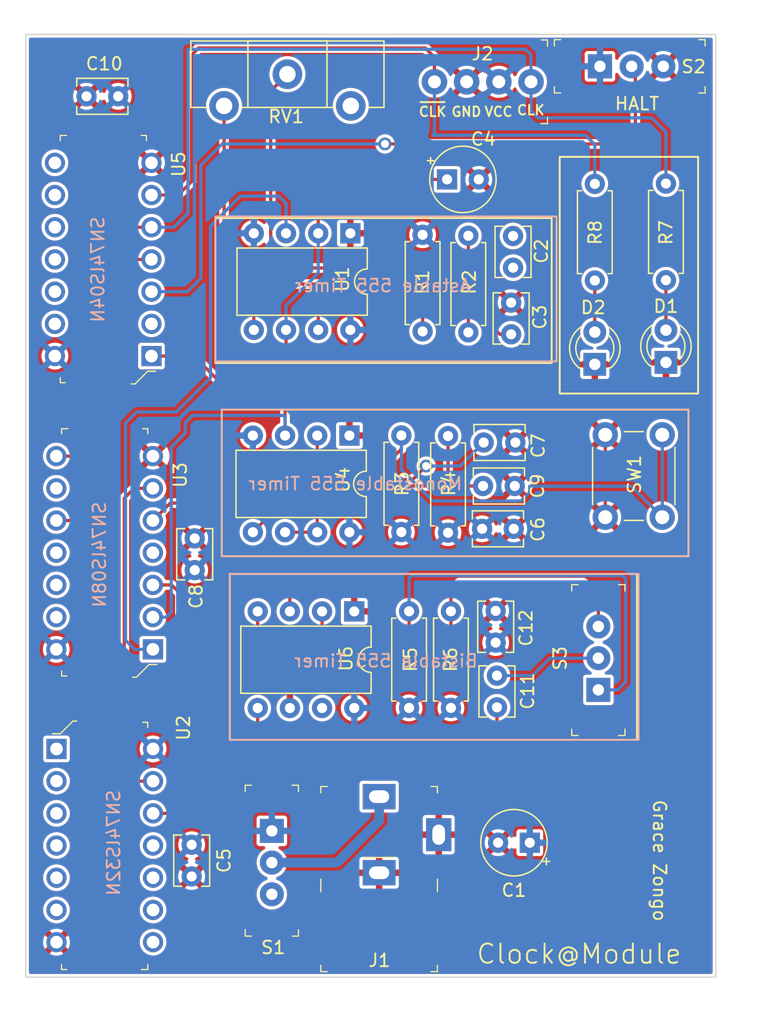
<source format=kicad_pcb>
(kicad_pcb (version 20211014) (generator pcbnew)
  (layers (0 "F.Cu" signal) (31 "B.Cu" signal) (34 "B.Paste" user) (35 "F.Paste" user) (36 "B.SilkS" user "B.Silkscreen") (37 "F.SilkS" user "F.Silkscreen") (38 "B.Mask" user) (39 "F.Mask" user) (44 "Edge.Cuts" user))
  (net 0 "")
  (net 1 "GND")
  (net 3 "Net-(D1-Pad2)")
  (net 4 "Net-(D2-Pad2)")
  (net 5 "Net-(J1-Pad1)")
  (net 6 "VCC")
  (net 7 "Net-(R1-Pad2)")
  (net 8 "Net-(R2-Pad2)")
  (net 9 "Net-(R3-Pad2)")
  (net 10 "Net-(R6-Pad2)")
  (net 12 "Net-(S2-Pad2)")
  (net 13 "Net-(U1-Pad3)")
  (net 24 "Net-(U2-Pad12)")
  (net 25 "Net-(U2-Pad13)")
  (net 26 "Net-(U3-Pad2)")
  (net 28 "Net-(U3-Pad5)")
  (net 30 "Net-(U3-Pad10)")
  (net 43 "Net-(C3-Pad1)")
  (net 44 "Net-(C9-Pad1)")
  (net 45 "Net-(C11-Pad1)")
  (net 46 "Net-(C11-Pad2)")
  (net 47 "Net-(J2-Pad1)")
  (net 48 "Net-(J2-Pad4)")
  (net 49 "Net-(R5-Pad2)")
  (net 51 "Net-(C4-Pad1)")
  (net 52 "Net-(C7-Pad1)")
  (footprint "digikey-footprints:Switch_Slide_11.6x4mm_EG1218" (layer "F.Cu") (at 143.397087 128.977487 -90)
    (fp_text reference "S1" (at 9.198513 -0.112913 180) (layer "F.SilkS"))
    (fp_text value "EG1218")
    (pad "1" thru_hole rect locked (at 0 0 270) (size 1.9 1.9) (drill 0.9) (layers *.Cu *.Mask) (net 6 "VCC"))
    (pad "2" thru_hole circle locked (at 2.5 0 270) (size 1.9 1.9) (drill 0.9) (layers *.Cu *.Mask) (net 5 "Net-(J1-Pad1)"))
    (pad "3" thru_hole circle locked (at 5 0 270) (size 1.9 1.9) (drill 0.9) (layers *.Cu *.Mask))
  )
  (footprint "digikey-footprints:DIP-14_W3mm" (layer "F.Cu") (at 126.404487 122.513687)
    (fp_text reference "U2" (at 10.018913 -1.660487 90) (layer "F.SilkS"))
    (fp_text value "SN74LS32N")
    (pad "1" thru_hole rect locked (at 0 0) (size 1.6 1.6) (drill 1) (layers *.Cu *.Mask))
    (pad "2" thru_hole circle locked (at 0 2.54) (size 1.6 1.6) (drill 1) (layers *.Cu *.Mask))
    (pad "3" thru_hole circle locked (at 0 5.08) (size 1.6 1.6) (drill 1) (layers *.Cu *.Mask))
    (pad "4" thru_hole circle locked (at 0 7.62) (size 1.6 1.6) (drill 1) (layers *.Cu *.Mask))
    (pad "5" thru_hole circle locked (at 0 10.16) (size 1.6 1.6) (drill 1) (layers *.Cu *.Mask))
    (pad "6" thru_hole circle locked (at 0 12.7) (size 1.6 1.6) (drill 1) (layers *.Cu *.Mask))
    (pad "7" thru_hole circle locked (at 0 15.24) (size 1.6 1.6) (drill 1) (layers *.Cu *.Mask) (net 1 "GND"))
    (pad "8" thru_hole circle locked (at 7.62 15.24) (size 1.6 1.6) (drill 1) (layers *.Cu *.Mask))
    (pad "9" thru_hole circle locked (at 7.62 12.7) (size 1.6 1.6) (drill 1) (layers *.Cu *.Mask))
    (pad "10" thru_hole circle locked (at 7.62 10.16) (size 1.6 1.6) (drill 1) (layers *.Cu *.Mask))
    (pad "11" thru_hole circle locked (at 7.62 7.62) (size 1.6 1.6) (drill 1) (layers *.Cu *.Mask))
    (pad "12" thru_hole circle locked (at 7.62 5.08) (size 1.6 1.6) (drill 1) (layers *.Cu *.Mask) (net 24 "Net-(U2-Pad12)"))
    (pad "13" thru_hole circle locked (at 7.62 2.54) (size 1.6 1.6) (drill 1) (layers *.Cu *.Mask) (net 25 "Net-(U2-Pad13)"))
    (pad "14" thru_hole circle locked (at 7.62 0) (size 1.6 1.6) (drill 1) (layers *.Cu *.Mask) (net 6 "VCC"))
  )
  (footprint "Resistor_THT:R_Axial_DIN0207_L6.3mm_D2.5mm_P7.62mm_Horizontal" (layer "F.Cu") (at 155.2956 81.9658 -90)
    (fp_text reference "R1" (at 3.7338 0 90) (layer "F.SilkS"))
    (fp_text value "1K")
    (pad "1" thru_hole circle (at 0 0 270) (size 1.6 1.6) (drill 0.8) (layers *.Cu *.Mask) (net 6 "VCC"))
    (pad "2" thru_hole oval (at 7.62 0 270) (size 1.6 1.6) (drill 0.8) (layers *.Cu *.Mask) (net 7 "Net-(R1-Pad2)"))
  )
  (footprint "Potentiometer_THT:Potentiometer_Piher_PT-15-H01_Horizontal" (layer "F.Cu") (at 139.6276 71.8008 90)
    (fp_text reference "RV1" (at -0.8432 4.8984 180) (layer "F.SilkS"))
    (fp_text value "1M")
    (pad "1" thru_hole circle (at 0 0 90) (size 2.34 2.34) (drill 1.3) (layers *.Cu *.Mask) (net 51 "Net-(C4-Pad1)"))
    (pad "2" thru_hole circle (at 2.5 5 90) (size 2.34 2.34) (drill 1.3) (layers *.Cu *.Mask) (net 8 "Net-(R2-Pad2)"))
    (pad "3" thru_hole circle (at 0 10 90) (size 2.34 2.34) (drill 1.3) (layers *.Cu *.Mask))
  )
  (footprint "Button_Switch_THT:SW_PUSH_6mm_H5mm" (layer "F.Cu") (at 169.708 104.2404 90)
    (fp_text reference "SW1" (at 3.377 2.3008 90) (layer "F.SilkS"))
    (fp_text value "SW_Push")
    (pad "1" thru_hole circle (at 6.5 0 180) (size 2 2) (drill 1.1) (layers *.Cu *.Mask) (net 1 "GND"))
    (pad "1" thru_hole circle (at 0 0 180) (size 2 2) (drill 1.1) (layers *.Cu *.Mask) (net 1 "GND"))
    (pad "2" thru_hole circle (at 6.5 4.5 180) (size 2 2) (drill 1.1) (layers *.Cu *.Mask) (net 9 "Net-(R3-Pad2)"))
    (pad "2" thru_hole circle (at 0 4.5 180) (size 2 2) (drill 1.1) (layers *.Cu *.Mask) (net 9 "Net-(R3-Pad2)"))
  )
  (footprint "Resistor_THT:R_Axial_DIN0207_L6.3mm_D2.5mm_P7.62mm_Horizontal" (layer "F.Cu") (at 154.2288 119.2784 90)
    (fp_text reference "R5" (at 3.81 0.1016 90) (layer "F.SilkS"))
    (fp_text value "1K")
    (pad "1" thru_hole circle (at 0 0 90) (size 1.6 1.6) (drill 0.8) (layers *.Cu *.Mask) (net 6 "VCC"))
    (pad "2" thru_hole oval (at 7.62 0 90) (size 1.6 1.6) (drill 0.8) (layers *.Cu *.Mask) (net 49 "Net-(R5-Pad2)"))
  )
  (footprint "Capacitor_THT:CP_Radial_Tantal_D5.0mm_P2.50mm" (layer "F.Cu") (at 157.226 77.597)
    (fp_text reference "C4" (at 2.856112 -3.175) (layer "F.SilkS"))
    (fp_text value "1uF")
    (pad "1" thru_hole rect (at 0 0) (size 1.6 1.6) (drill 0.8) (layers *.Cu *.Mask) (net 51 "Net-(C4-Pad1)"))
    (pad "2" thru_hole circle (at 2.5 0) (size 1.6 1.6) (drill 0.8) (layers *.Cu *.Mask) (net 1 "GND"))
  )
  (footprint "LED_THT:LED_D3.0mm" (layer "F.Cu") (at 174.498 92.0292 90)
    (fp_text reference "D1" (at 4.4246 0 180) (layer "F.SilkS"))
    (fp_text value "RED")
    (pad "1" thru_hole rect (at 0 0 90) (size 1.8 1.8) (drill 0.9) (layers *.Cu *.Mask) (net 1 "GND"))
    (pad "2" thru_hole circle (at 2.54 0 90) (size 1.8 1.8) (drill 0.9) (layers *.Cu *.Mask) (net 3 "Net-(D1-Pad2)"))
  )
  (footprint "Resistor_THT:R_Axial_DIN0207_L6.3mm_D2.5mm_P7.62mm_Horizontal" (layer "F.Cu") (at 158.9024 89.662 90)
    (fp_text reference "R2" (at 3.9624 0.0762 90) (layer "F.SilkS"))
    (fp_text value "1K")
    (pad "1" thru_hole circle (at 0 0 90) (size 1.6 1.6) (drill 0.8) (layers *.Cu *.Mask) (net 7 "Net-(R1-Pad2)"))
    (pad "2" thru_hole oval (at 7.62 0 90) (size 1.6 1.6) (drill 0.8) (layers *.Cu *.Mask) (net 8 "Net-(R2-Pad2)"))
  )
  (footprint "Capacitor_THT:C_Disc_D3.8mm_W2.6mm_P2.50mm" (layer "F.Cu") (at 160.1162 98.3488)
    (fp_text reference "C7" (at 4.298 0.254 90) (layer "F.SilkS"))
    (fp_text value "0.01uF")
    (pad "1" thru_hole circle (at 0 0) (size 1.6 1.6) (drill 0.8) (layers *.Cu *.Mask) (net 52 "Net-(C7-Pad1)"))
    (pad "2" thru_hole circle (at 2.5 0) (size 1.6 1.6) (drill 0.8) (layers *.Cu *.Mask) (net 1 "GND"))
  )
  (footprint "Capacitor_THT:C_Disc_D3.8mm_W2.6mm_P2.50mm" (layer "F.Cu") (at 161.0614 114.1276 90)
    (fp_text reference "C12" (at 1.1484 2.3876 90) (layer "F.SilkS"))
    (fp_text value "0.1uF")
    (pad "1" thru_hole circle (at 0 0 90) (size 1.6 1.6) (drill 0.8) (layers *.Cu *.Mask) (net 6 "VCC"))
    (pad "2" thru_hole circle (at 2.5 0 90) (size 1.6 1.6) (drill 0.8) (layers *.Cu *.Mask) (net 1 "GND"))
  )
  (footprint "Resistor_THT:R_Axial_DIN0207_L6.3mm_D2.5mm_P7.62mm_Horizontal" (layer "F.Cu") (at 168.8846 77.9526 -90)
    (fp_text reference "R8" (at 3.8354 -0.0254 90) (layer "F.SilkS"))
    (fp_text value "220")
    (pad "1" thru_hole circle (at 0 0 270) (size 1.6 1.6) (drill 0.8) (layers *.Cu *.Mask) (net 48 "Net-(J2-Pad4)"))
    (pad "2" thru_hole oval (at 7.62 0 270) (size 1.6 1.6) (drill 0.8) (layers *.Cu *.Mask) (net 4 "Net-(D2-Pad2)"))
  )
  (footprint "Resistor_THT:R_Axial_DIN0207_L6.3mm_D2.5mm_P7.62mm_Horizontal" (layer "F.Cu") (at 153.6192 105.41 90)
    (fp_text reference "R3" (at 3.81 0.0508 90) (layer "F.SilkS"))
    (fp_text value "1K")
    (pad "1" thru_hole circle (at 0 0 90) (size 1.6 1.6) (drill 0.8) (layers *.Cu *.Mask) (net 6 "VCC"))
    (pad "2" thru_hole oval (at 7.62 0 90) (size 1.6 1.6) (drill 0.8) (layers *.Cu *.Mask) (net 9 "Net-(R3-Pad2)"))
  )
  (footprint "Package_DIP:DIP-8_W7.62mm" (layer "F.Cu") (at 149.5198 97.8 -90)
    (fp_text reference "U4" (at 3.4952 0.498 90) (layer "F.SilkS"))
    (fp_text value "LM555xN")
    (pad "1" thru_hole rect (at 0 0 270) (size 1.6 1.6) (drill 0.8) (layers *.Cu *.Mask) (net 1 "GND"))
    (pad "2" thru_hole oval (at 0 2.54 270) (size 1.6 1.6) (drill 0.8) (layers *.Cu *.Mask) (net 9 "Net-(R3-Pad2)"))
    (pad "3" thru_hole oval (at 0 5.08 270) (size 1.6 1.6) (drill 0.8) (layers *.Cu *.Mask) (net 26 "Net-(U3-Pad2)"))
    (pad "4" thru_hole oval (at 0 7.62 270) (size 1.6 1.6) (drill 0.8) (layers *.Cu *.Mask) (net 6 "VCC"))
    (pad "5" thru_hole oval (at 7.62 7.62 270) (size 1.6 1.6) (drill 0.8) (layers *.Cu *.Mask) (net 52 "Net-(C7-Pad1)"))
    (pad "6" thru_hole oval (at 7.62 5.08 270) (size 1.6 1.6) (drill 0.8) (layers *.Cu *.Mask) (net 44 "Net-(C9-Pad1)"))
    (pad "7" thru_hole oval (at 7.62 2.54 270) (size 1.6 1.6) (drill 0.8) (layers *.Cu *.Mask) (net 44 "Net-(C9-Pad1)"))
    (pad "8" thru_hole oval (at 7.62 0 270) (size 1.6 1.6) (drill 0.8) (layers *.Cu *.Mask) (net 6 "VCC"))
  )
  (footprint "Resistor_THT:R_Axial_DIN0207_L6.3mm_D2.5mm_P7.62mm_Horizontal" (layer "F.Cu") (at 174.498 77.9272 -90)
    (fp_text reference "R7" (at 3.8608 0 90) (layer "F.SilkS"))
    (fp_text value "220")
    (pad "1" thru_hole circle (at 0 0 270) (size 1.6 1.6) (drill 0.8) (layers *.Cu *.Mask) (net 47 "Net-(J2-Pad1)"))
    (pad "2" thru_hole oval (at 7.62 0 270) (size 1.6 1.6) (drill 0.8) (layers *.Cu *.Mask) (net 3 "Net-(D1-Pad2)"))
  )
  (footprint "Capacitor_THT:C_Disc_D3.8mm_W2.6mm_P2.50mm" (layer "F.Cu") (at 160.0654 101.7778)
    (fp_text reference "C9" (at 4.298 0 270) (layer "F.SilkS"))
    (fp_text value "0.1uF")
    (pad "1" thru_hole circle (at 0 0) (size 1.6 1.6) (drill 0.8) (layers *.Cu *.Mask) (net 44 "Net-(C9-Pad1)"))
    (pad "2" thru_hole circle (at 2.5 0) (size 1.6 1.6) (drill 0.8) (layers *.Cu *.Mask) (net 1 "GND"))
  )
  (footprint "Capacitor_THT:CP_Radial_Tantal_D5.0mm_P2.50mm" (layer "F.Cu") (at 163.7538 129.909687 180)
    (fp_text reference "C1" (at 1.25 -3.75) (layer "F.SilkS"))
    (fp_text value "10uF")
    (pad "1" thru_hole rect (at 0 0 180) (size 1.6 1.6) (drill 0.8) (layers *.Cu *.Mask) (net 6 "VCC"))
    (pad "2" thru_hole circle (at 2.5 0 180) (size 1.6 1.6) (drill 0.8) (layers *.Cu *.Mask) (net 1 "GND"))
  )
  (footprint "digikey-footprints:DIP-14_W3mm" (layer "F.Cu") (at 133.8982 91.5308 180)
    (fp_text reference "U5" (at -2.1442 15.1276 90) (layer "F.SilkS"))
    (fp_text value "SN74LS04N")
    (pad "1" thru_hole rect locked (at 0 0 180) (size 1.6 1.6) (drill 1) (layers *.Cu *.Mask) (net 26 "Net-(U3-Pad2)"))
    (pad "2" thru_hole circle locked (at 0 2.54 180) (size 1.6 1.6) (drill 1) (layers *.Cu *.Mask))
    (pad "3" thru_hole circle locked (at 0 5.08 180) (size 1.6 1.6) (drill 1) (layers *.Cu *.Mask) (net 12 "Net-(S2-Pad2)"))
    (pad "4" thru_hole circle locked (at 0 7.62 180) (size 1.6 1.6) (drill 1) (layers *.Cu *.Mask) (net 30 "Net-(U3-Pad10)"))
    (pad "5" thru_hole circle locked (at 0 10.16 180) (size 1.6 1.6) (drill 1) (layers *.Cu *.Mask) (net 47 "Net-(J2-Pad1)"))
    (pad "6" thru_hole circle locked (at 0 12.7 180) (size 1.6 1.6) (drill 1) (layers *.Cu *.Mask) (net 48 "Net-(J2-Pad4)"))
    (pad "7" thru_hole circle locked (at 0 15.24 180) (size 1.6 1.6) (drill 1) (layers *.Cu *.Mask) (net 1 "GND"))
    (pad "8" thru_hole circle locked (at 7.62 15.24 180) (size 1.6 1.6) (drill 1) (layers *.Cu *.Mask))
    (pad "9" thru_hole circle locked (at 7.62 12.7 180) (size 1.6 1.6) (drill 1) (layers *.Cu *.Mask))
    (pad "10" thru_hole circle locked (at 7.62 10.16 180) (size 1.6 1.6) (drill 1) (layers *.Cu *.Mask))
    (pad "11" thru_hole circle locked (at 7.62 7.62 180) (size 1.6 1.6) (drill 1) (layers *.Cu *.Mask))
    (pad "12" thru_hole circle locked (at 7.62 5.08 180) (size 1.6 1.6) (drill 1) (layers *.Cu *.Mask))
    (pad "13" thru_hole circle locked (at 7.62 2.54 180) (size 1.6 1.6) (drill 1) (layers *.Cu *.Mask))
    (pad "14" thru_hole circle locked (at 7.62 0 180) (size 1.6 1.6) (drill 1) (layers *.Cu *.Mask) (net 6 "VCC"))
  )
  (footprint "digikey-footprints:Switch_Slide_11.6x4mm_EG1218" (layer "F.Cu") (at 169.164 117.856 90)
    (fp_text reference "S3" (at 2.49 -3.02 90) (layer "F.SilkS"))
    (fp_text value "SWITCH")
    (pad "1" thru_hole rect locked (at 0 0 90) (size 1.9 1.9) (drill 0.9) (layers *.Cu *.Mask) (net 49 "Net-(R5-Pad2)"))
    (pad "2" thru_hole circle locked (at 2.5 0 90) (size 1.9 1.9) (drill 0.9) (layers *.Cu *.Mask) (net 46 "Net-(C11-Pad2)"))
    (pad "3" thru_hole circle locked (at 5 0 90) (size 1.9 1.9) (drill 0.9) (layers *.Cu *.Mask) (net 10 "Net-(R6-Pad2)"))
  )
  (footprint "digikey-footprints:Switch_Slide_11.6x4mm_EG1218" (layer "F.Cu") (at 169.291 68.6816)
    (fp_text reference "S2" (at 7.3914 0.0254) (layer "F.SilkS"))
    (fp_text value "EG1218")
    (pad "1" thru_hole rect locked (at 0 0) (size 1.9 1.9) (drill 0.9) (layers *.Cu *.Mask) (net 6 "VCC"))
    (pad "2" thru_hole circle locked (at 2.5 0) (size 1.9 1.9) (drill 0.9) (layers *.Cu *.Mask) (net 12 "Net-(S2-Pad2)"))
    (pad "3" thru_hole circle locked (at 5 0) (size 1.9 1.9) (drill 0.9) (layers *.Cu *.Mask) (net 1 "GND"))
  )
  (footprint "Capacitor_THT:C_Disc_D3.8mm_W2.6mm_P2.50mm" (layer "F.Cu") (at 159.9892 105.156)
    (fp_text reference "C6" (at 4.3996 0.0508 90) (layer "F.SilkS"))
    (fp_text value "0.1uF")
    (pad "1" thru_hole circle (at 0 0) (size 1.6 1.6) (drill 0.8) (layers *.Cu *.Mask) (net 6 "VCC"))
    (pad "2" thru_hole circle (at 2.5 0) (size 1.6 1.6) (drill 0.8) (layers *.Cu *.Mask) (net 1 "GND"))
  )
  (footprint "digikey-footprints:DIP-14_W3mm" (layer "F.Cu") (at 134.0104 114.6602 180)
    (fp_text reference "U3" (at -2.159 13.746 90) (layer "F.SilkS"))
    (fp_text value "SN74LS08N")
    (pad "1" thru_hole rect locked (at 0 0 180) (size 1.6 1.6) (drill 1) (layers *.Cu *.Mask) (net 13 "Net-(U1-Pad3)"))
    (pad "2" thru_hole circle locked (at 0 2.54 180) (size 1.6 1.6) (drill 1) (layers *.Cu *.Mask) (net 26 "Net-(U3-Pad2)"))
    (pad "3" thru_hole circle locked (at 0 5.08 180) (size 1.6 1.6) (drill 1) (layers *.Cu *.Mask) (net 24 "Net-(U2-Pad12)"))
    (pad "4" thru_hole circle locked (at 0 7.62 180) (size 1.6 1.6) (drill 1) (layers *.Cu *.Mask))
    (pad "5" thru_hole circle locked (at 0 10.16 180) (size 1.6 1.6) (drill 1) (layers *.Cu *.Mask) (net 28 "Net-(U3-Pad5)"))
    (pad "6" thru_hole circle locked (at 0 12.7 180) (size 1.6 1.6) (drill 1) (layers *.Cu *.Mask) (net 25 "Net-(U2-Pad13)"))
    (pad "7" thru_hole circle locked (at 0 15.24 180) (size 1.6 1.6) (drill 1) (layers *.Cu *.Mask) (net 1 "GND"))
    (pad "8" thru_hole circle locked (at 7.62 15.24 180) (size 1.6 1.6) (drill 1) (layers *.Cu *.Mask) (net 47 "Net-(J2-Pad1)"))
    (pad "9" thru_hole circle locked (at 7.62 12.7 180) (size 1.6 1.6) (drill 1) (layers *.Cu *.Mask))
    (pad "10" thru_hole circle locked (at 7.62 10.16 180) (size 1.6 1.6) (drill 1) (layers *.Cu *.Mask) (net 30 "Net-(U3-Pad10)"))
    (pad "11" thru_hole circle locked (at 7.62 7.62 180) (size 1.6 1.6) (drill 1) (layers *.Cu *.Mask))
    (pad "12" thru_hole circle locked (at 7.62 5.08 180) (size 1.6 1.6) (drill 1) (layers *.Cu *.Mask))
    (pad "13" thru_hole circle locked (at 7.62 2.54 180) (size 1.6 1.6) (drill 1) (layers *.Cu *.Mask))
    (pad "14" thru_hole circle locked (at 7.62 0 180) (size 1.6 1.6) (drill 1) (layers *.Cu *.Mask) (net 6 "VCC"))
  )
  (footprint "Resistor_THT:R_Axial_DIN0207_L6.3mm_D2.5mm_P7.62mm_Horizontal" (layer "F.Cu") (at 157.3022 105.4608 90)
    (fp_text reference "R4" (at 3.8608 0.0508 90) (layer "F.SilkS"))
    (fp_text value "1M")
    (pad "1" thru_hole circle (at 0 0 90) (size 1.6 1.6) (drill 0.8) (layers *.Cu *.Mask) (net 6 "VCC"))
    (pad "2" thru_hole oval (at 7.62 0 90) (size 1.6 1.6) (drill 0.8) (layers *.Cu *.Mask) (net 44 "Net-(C9-Pad1)"))
  )
  (footprint "Resistor_THT:R_Axial_DIN0207_L6.3mm_D2.5mm_P7.62mm_Horizontal" (layer "F.Cu") (at 157.5308 119.2784 90)
    (fp_text reference "R6" (at 3.81 -0.0254 90) (layer "F.SilkS"))
    (fp_text value "1K")
    (pad "1" thru_hole circle (at 0 0 90) (size 1.6 1.6) (drill 0.8) (layers *.Cu *.Mask) (net 6 "VCC"))
    (pad "2" thru_hole oval (at 7.62 0 90) (size 1.6 1.6) (drill 0.8) (layers *.Cu *.Mask) (net 10 "Net-(R6-Pad2)"))
  )
  (footprint "Capacitor_THT:C_Disc_D3.8mm_W2.6mm_P2.50mm" (layer "F.Cu") (at 137.3124 108.4126 90)
    (fp_text reference "C8" (at -2.0774 0.1016 90) (layer "F.SilkS"))
    (fp_text value "0.1uF")
    (pad "1" thru_hole circle (at 0 0 90) (size 1.6 1.6) (drill 0.8) (layers *.Cu *.Mask) (net 6 "VCC"))
    (pad "2" thru_hole circle (at 2.5 0 90) (size 1.6 1.6) (drill 0.8) (layers *.Cu *.Mask) (net 1 "GND"))
  )
  (footprint "LED_THT:LED_D3.0mm" (layer "F.Cu") (at 168.8846 92.1816 90)
    (fp_text reference "D2" (at 4.4754 -0.127 180) (layer "F.SilkS"))
    (fp_text value "BLUE")
    (pad "1" thru_hole rect (at 0 0 90) (size 1.8 1.8) (drill 0.9) (layers *.Cu *.Mask) (net 1 "GND"))
    (pad "2" thru_hole circle (at 2.54 0 90) (size 1.8 1.8) (drill 0.9) (layers *.Cu *.Mask) (net 4 "Net-(D2-Pad2)"))
  )
  (footprint "digikey-footprints:Barrel_Jack_5.5mmODx2.1mmID_PJ-102A" (layer "F.Cu") (at 151.864087 129.277487 180)
    (fp_text reference "J1" (at -0.027913 -9.914513) (layer "F.SilkS"))
    (fp_text value "PJ-102A")
    (pad "1" thru_hole rect locked (at 0 3 180) (size 2.6 2) (drill oval 1.6 1) (layers *.Cu *.Mask) (net 5 "Net-(J1-Pad1)"))
    (pad "2" thru_hole rect locked (at 0 -3 180) (size 2.6 2) (drill oval 1.6 1) (layers *.Cu *.Mask) (net 1 "GND"))
    (pad "3" thru_hole rect locked (at -4.7 0 180) (size 2 2.6) (drill oval 1 1.6) (layers *.Cu *.Mask) (net 1 "GND"))
  )
  (footprint "Capacitor_THT:C_Disc_D3.8mm_W2.6mm_P2.50mm" (layer "F.Cu") (at 137.072487 130.072087 -90)
    (fp_text reference "C5" (at 1.25 -2.55 90) (layer "F.SilkS"))
    (fp_text value "0.1uF")
    (pad "1" thru_hole circle (at 0 0 270) (size 1.6 1.6) (drill 0.8) (layers *.Cu *.Mask) (net 6 "VCC"))
    (pad "2" thru_hole circle (at 2.5 0 270) (size 1.6 1.6) (drill 0.8) (layers *.Cu *.Mask) (net 1 "GND"))
  )
  (footprint "Capacitor_THT:C_Disc_D3.8mm_W2.6mm_P2.50mm" (layer "F.Cu") (at 162.433 84.562 90)
    (fp_text reference "C2" (at 1.3008 2.2352 90) (layer "F.SilkS"))
    (fp_text value "0.1uF")
    (pad "1" thru_hole circle (at 0 0 90) (size 1.6 1.6) (drill 0.8) (layers *.Cu *.Mask))
    (pad "2" thru_hole circle (at 2.5 0 90) (size 1.6 1.6) (drill 0.8) (layers *.Cu *.Mask))
  )
  (footprint "Capacitor_THT:C_Disc_D3.8mm_W2.6mm_P2.50mm" (layer "F.Cu") (at 161.163 119.233 90)
    (fp_text reference "C11" (at 1.2754 2.413 90) (layer "F.SilkS"))
    (fp_text value "0.01uF")
    (pad "1" thru_hole circle (at 0 0 90) (size 1.6 1.6) (drill 0.8) (layers *.Cu *.Mask) (net 45 "Net-(C11-Pad1)"))
    (pad "2" thru_hole circle (at 2.5 0 90) (size 1.6 1.6) (drill 0.8) (layers *.Cu *.Mask) (net 46 "Net-(C11-Pad2)"))
  )
  (footprint "Capacitor_THT:C_Disc_D3.8mm_W2.6mm_P2.50mm" (layer "F.Cu") (at 162.2806 89.8144 90)
    (fp_text reference "C3" (at 1.3516 2.2606 90) (layer "F.SilkS"))
    (fp_text value "0.01uF")
    (pad "1" thru_hole circle (at 0 0 90) (size 1.6 1.6) (drill 0.8) (layers *.Cu *.Mask) (net 43 "Net-(C3-Pad1)"))
    (pad "2" thru_hole circle (at 2.5 0 90) (size 1.6 1.6) (drill 0.8) (layers *.Cu *.Mask) (net 1 "GND"))
  )
  (footprint "Capacitor_THT:C_Disc_D3.8mm_W2.6mm_P2.50mm" (layer "F.Cu") (at 131.2726 71.0438 180)
    (fp_text reference "C10" (at 1.0976 2.5654) (layer "F.SilkS"))
    (fp_text value "0.1uF")
    (pad "1" thru_hole circle (at 0 0 180) (size 1.6 1.6) (drill 0.8) (layers *.Cu *.Mask) (net 6 "VCC"))
    (pad "2" thru_hole circle (at 2.5 0 180) (size 1.6 1.6) (drill 0.8) (layers *.Cu *.Mask) (net 1 "GND"))
  )
  (footprint "Package_DIP:DIP-8_W7.62mm" (layer "F.Cu") (at 149.596 81.8488 -90)
    (fp_text reference "U1" (at 3.6222 0.625 90) (layer "F.SilkS"))
    (fp_text value "LM555xN")
    (pad "1" thru_hole rect (at 0 0 270) (size 1.6 1.6) (drill 0.8) (layers *.Cu *.Mask) (net 1 "GND"))
    (pad "2" thru_hole oval (at 0 2.54 270) (size 1.6 1.6) (drill 0.8) (layers *.Cu *.Mask) (net 51 "Net-(C4-Pad1)"))
    (pad "3" thru_hole oval (at 0 5.08 270) (size 1.6 1.6) (drill 0.8) (layers *.Cu *.Mask) (net 13 "Net-(U1-Pad3)"))
    (pad "4" thru_hole oval (at 0 7.62 270) (size 1.6 1.6) (drill 0.8) (layers *.Cu *.Mask) (net 6 "VCC"))
    (pad "5" thru_hole oval (at 7.62 7.62 270) (size 1.6 1.6) (drill 0.8) (layers *.Cu *.Mask) (net 43 "Net-(C3-Pad1)"))
    (pad "6" thru_hole oval (at 7.62 5.08 270) (size 1.6 1.6) (drill 0.8) (layers *.Cu *.Mask) (net 51 "Net-(C4-Pad1)"))
    (pad "7" thru_hole oval (at 7.62 2.54 270) (size 1.6 1.6) (drill 0.8) (layers *.Cu *.Mask) (net 7 "Net-(R1-Pad2)"))
    (pad "8" thru_hole oval (at 7.62 0 270) (size 1.6 1.6) (drill 0.8) (layers *.Cu *.Mask) (net 6 "VCC"))
  )
  (footprint "digikey-footprints:PinHeader_1x4_P2.54mm_Drill1.02mm" (layer "F.Cu") (at 163.8504 69.9008 180)
    (fp_text reference "J2" (at 3.8304 2.2098) (layer "F.SilkS"))
    (fp_text value "0022232041")
    (pad "1" thru_hole circle locked (at 0 0 180) (size 2.02 2.02) (drill 1.02) (layers *.Cu *.Mask) (net 47 "Net-(J2-Pad1)"))
    (pad "2" thru_hole circle locked (at 2.54 0 180) (size 2.02 2.02) (drill 1.02) (layers *.Cu *.Mask) (net 6 "VCC"))
    (pad "3" thru_hole circle locked (at 5.08 0 180) (size 2.02 2.02) (drill 1.02) (layers *.Cu *.Mask) (net 1 "GND"))
    (pad "4" thru_hole circle locked (at 7.62 0 180) (size 2.02 2.02) (drill 1.02) (layers *.Cu *.Mask) (net 48 "Net-(J2-Pad4)"))
  )
  (footprint "Package_DIP:DIP-8_W7.62mm" (layer "F.Cu") (at 149.9008 111.6684 -90)
    (fp_text reference "U6" (at 3.7238 0.6504 90) (layer "F.SilkS"))
    (fp_text value "LM555xN")
    (pad "1" thru_hole rect (at 0 0 270) (size 1.6 1.6) (drill 0.8) (layers *.Cu *.Mask) (net 1 "GND"))
    (pad "2" thru_hole oval (at 0 2.54 270) (size 1.6 1.6) (drill 0.8) (layers *.Cu *.Mask) (net 49 "Net-(R5-Pad2)"))
    (pad "3" thru_hole oval (at 0 5.08 270) (size 1.6 1.6) (drill 0.8) (layers *.Cu *.Mask) (net 28 "Net-(U3-Pad5)"))
    (pad "4" thru_hole oval (at 0 7.62 270) (size 1.6 1.6) (drill 0.8) (layers *.Cu *.Mask) (net 10 "Net-(R6-Pad2)"))
    (pad "5" thru_hole oval (at 7.62 7.62 270) (size 1.6 1.6) (drill 0.8) (layers *.Cu *.Mask) (net 45 "Net-(C11-Pad1)"))
    (pad "6" thru_hole oval (at 7.62 5.08 270) (size 1.6 1.6) (drill 0.8) (layers *.Cu *.Mask) (net 1 "GND"))
    (pad "7" thru_hole oval (at 7.62 2.54 270) (size 1.6 1.6) (drill 0.8) (layers *.Cu *.Mask))
    (pad "8" thru_hole oval (at 7.62 0 270) (size 1.6 1.6) (drill 0.8) (layers *.Cu *.Mask) (net 6 "VCC"))
  )
  (gr_rect (start 139.446 95.758) (end 176.276 107.315) (layer "B.SilkS") (width 0.15) (fill none))
  (gr_rect (start 138.938 80.518) (end 165.862 91.948) (layer "B.SilkS") (width 0.15) (fill none))
  (gr_rect (start 140.081 108.712) (end 172.339 121.793) (layer "B.SilkS") (width 0.15) (fill none))
  (gr_rect (start 139.446 95.758) (end 176.276 107.315) (layer "F.SilkS") (width 0.15) (fill none))
  (gr_rect (start 166.116 75.819) (end 177.038 94.488) (layer "F.SilkS") (width 0.15) (fill none))
  (gr_line (start 155.1305 71.501) (end 157.0355 71.501) (layer "F.SilkS") (width 0.15))
  (gr_rect (start 138.938 80.645) (end 165.481 92.075) (layer "F.SilkS") (width 0.15) (fill none))
  (gr_rect (start 140.081 108.712) (end 172.212 121.793) (layer "F.SilkS") (width 0.15) (fill none))
  (gr_rect (start 178.435 140.5128) (end 123.9774 66.167) (layer "Edge.Cuts") (width 0.1) (fill none))
  (gr_text "Monostable 555 Timer" (at 149.987 101.6) (layer "B.SilkS") (effects (font (size 1 1)) (justify mirror)))
  (gr_text "SN74lS32N" (at 130.916649 129.917778 90) (layer "B.SilkS") (effects (font (size 1 1)) (justify mirror)))
  (gr_text "SN74lS04N" (at 129.667 84.709 90) (layer "B.SilkS") (effects (font (size 1 1)) (justify mirror)))
  (gr_text "SN74lS08N" (at 129.794 107.188 90) (layer "B.SilkS") (effects (font (size 1 1)) (justify mirror)))
  (gr_text "Bistable 555 Timer\n" (at 152.4 115.57) (layer "B.SilkS") (effects (font (size 1 1)) (justify mirror)))
  (gr_text "Astable 555 Timer" (at 152.146 85.979) (layer "B.SilkS") (effects (font (size 1 1)) (justify mirror)))
  (gr_text "Clock@Module" (at 167.64 138.684) (layer "F.SilkS") (effects (font (size 1.524 1.524))))
  (gr_text "GND" (at 158.75 72.263) (layer "F.SilkS") (effects (font (size 0.762 0.762))))
  (gr_text "VCC" (at 161.29 72.263) (layer "F.SilkS") (effects (font (size 0.762 0.762))))
  (gr_text "Grace Zongo" (at 173.99 131.318 270) (layer "F.SilkS") (effects (font (size 1 1))))
  (gr_text "CLK\n" (at 156.083 72.263) (layer "F.SilkS") (effects (font (size 0.762 0.762))))
  (gr_text "HALT\n" (at 172.212 71.628) (layer "F.SilkS") (effects (font (size 1 1))))
  (gr_text "CLK\n" (at 163.83 72.136) (layer "F.SilkS") (effects (font (size 0.762 0.762))))
  (segment (start 169.708 104.2404) (end 169.708 97.7404) (width 0.254) (layer "F.Cu") (net 1))
  (segment (start 174.498 85.5472) (end 174.498 89.4892) (width 0.254) (layer "F.Cu") (net 3))
  (segment (start 168.8846 85.5726) (end 168.8846 89.6416) (width 0.254) (layer "F.Cu") (net 4))
  (segment (start 148.430513 131.477487) (end 143.397087 131.477487) (width 0.762) (layer "B.Cu") (net 5))
  (segment (start 148.59 131.445) (end 148.463 131.445) (width 0.254) (layer "B.Cu") (net 5))
  (segment (start 148.463 131.445) (end 148.430513 131.477487) (width 0.254) (layer "B.Cu") (net 5))
  (segment (start 151.864087 128.170913) (end 148.59 131.445) (width 0.762) (layer "B.Cu") (net 5))
  (segment (start 151.864087 126.277487) (end 151.864087 128.170913) (width 0.762) (layer "B.Cu") (net 5))
  (segment (start 147.7772 87.6046) (end 155.2956 87.6046) (width 0.254) (layer "F.Cu") (net 7))
  (segment (start 158.8262 87.6046) (end 158.9024 87.6808) (width 0.254) (layer "F.Cu") (net 7))
  (segment (start 158.9024 87.6808) (end 158.9024 89.662) (width 0.254) (layer "F.Cu") (net 7))
  (segment (start 147.056 88.3258) (end 147.7772 87.6046) (width 0.254) (layer "F.Cu") (net 7))
  (segment (start 155.2956 89.5858) (end 155.2956 87.6046) (width 0.254) (layer "F.Cu") (net 7))
  (segment (start 147.056 89.4688) (end 147.056 88.3258) (width 0.254) (layer "F.Cu") (net 7))
  (segment (start 155.2956 87.6046) (end 158.8262 87.6046) (width 0.254) (layer "F.Cu") (net 7))
  (segment (start 143.3068 70.6216) (end 144.6276 69.3008) (width 0.254) (layer "F.Cu") (net 8))
  (segment (start 158.9024 82.042) (end 158.9024 84.1502) (width 0.254) (layer "F.Cu") (net 8))
  (segment (start 158.9024 84.1502) (end 158.4706 84.582) (width 0.254) (layer "F.Cu") (net 8))
  (segment (start 143.637 84.582) (end 143.3068 84.2518) (width 0.254) (layer "F.Cu") (net 8))
  (segment (start 158.4706 84.582) (end 143.637 84.582) (width 0.254) (layer "F.Cu") (net 8))
  (segment (start 143.3068 84.2518) (end 143.3068 70.6216) (width 0.254) (layer "F.Cu") (net 8))
  (segment (start 146.9798 99.2024) (end 147.3708 99.5934) (width 0.254) (layer "F.Cu") (net 9))
  (segment (start 153.6192 98.8568) (end 153.6192 97.79) (width 0.254) (layer "F.Cu") (net 9))
  (segment (start 146.9798 97.8) (end 146.9798 99.2024) (width 0.254) (layer "F.Cu") (net 9))
  (segment (start 152.8826 99.5934) (end 153.6192 98.8568) (width 0.254) (layer "F.Cu") (net 9))
  (segment (start 147.3708 99.5934) (end 152.8826 99.5934) (width 0.254) (layer "F.Cu") (net 9))
  (segment (start 153.6192 100.5078) (end 153.6192 97.79) (width 0.254) (layer "B.Cu") (net 9))
  (segment (start 153.6319 100.4951) (end 153.6192 100.5078) (width 0.254) (layer "B.Cu") (net 9))
  (segment (start 156.0956 102.9588) (end 153.6319 100.4951) (width 0.254) (layer "B.Cu") (net 9))
  (segment (start 171.762171 101.794571) (end 163.7464 101.794571) (width 0.254) (layer "B.Cu") (net 9))
  (segment (start 174.208 104.2404) (end 171.762171 101.794571) (width 0.254) (layer "B.Cu") (net 9))
  (segment (start 174.208 97.7404) (end 174.208 104.2404) (width 0.254) (layer "B.Cu") (net 9))
  (segment (start 163.7464 102.266987) (end 163.054587 102.9588) (width 0.254) (layer "B.Cu") (net 9))
  (segment (start 163.7464 101.794571) (end 163.7464 102.266987) (width 0.254) (layer "B.Cu") (net 9))
  (segment (start 163.054587 102.9588) (end 156.0956 102.9588) (width 0.254) (layer "B.Cu") (net 9))
  (segment (start 158.1912 109.3978) (end 157.5308 110.0582) (width 0.254) (layer "F.Cu") (net 10))
  (segment (start 142.2808 114.1884) (end 142.748 114.6556) (width 0.254) (layer "F.Cu") (net 10))
  (segment (start 157.5308 110.0582) (end 157.5308 111.6584) (width 0.254) (layer "F.Cu") (net 10))
  (segment (start 142.2808 111.6684) (end 142.2808 114.1884) (width 0.254) (layer "F.Cu") (net 10))
  (segment (start 142.748 114.6556) (end 156.464 114.6556) (width 0.254) (layer "F.Cu") (net 10))
  (segment (start 157.5308 113.5888) (end 157.5308 111.6584) (width 0.254) (layer "F.Cu") (net 10))
  (segment (start 167.9702 109.3978) (end 158.1912 109.3978) (width 0.254) (layer "F.Cu") (net 10))
  (segment (start 169.164 112.856) (end 169.164 110.5916) (width 0.254) (layer "F.Cu") (net 10))
  (segment (start 156.464 114.6556) (end 157.5308 113.5888) (width 0.254) (layer "F.Cu") (net 10))
  (segment (start 169.164 110.5916) (end 167.9702 109.3978) (width 0.254) (layer "F.Cu") (net 10))
  (segment (start 171.9834 74.803) (end 172.085 74.7014) (width 0.254) (layer "F.Cu") (net 12))
  (segment (start 172.085 74.7014) (end 172.085 68.9756) (width 0.254) (layer "F.Cu") (net 12))
  (segment (start 152.3238 74.803) (end 171.9834 74.803) (width 0.254) (layer "F.Cu") (net 12))
  (segment (start 172.085 68.9756) (end 171.791 68.6816) (width 0.254) (layer "F.Cu") (net 12))
  (via (at 152.3238 74.803) (size 1.016) (drill 0.635) (layers "F.Cu" "B.Cu") (net 12))
  (segment (start 139.4714 74.803) (end 152.3238 74.803) (width 0.254) (layer "B.Cu") (net 12))
  (segment (start 137.795 76.4794) (end 139.4714 74.803) (width 0.254) (layer "B.Cu") (net 12))
  (segment (start 133.8982 86.4508) (end 136.739 86.4508) (width 0.254) (layer "B.Cu") (net 12))
  (segment (start 137.5156 85.6742) (end 137.795 85.3948) (width 0.254) (layer "B.Cu") (net 12))
  (segment (start 137.795 85.3948) (end 137.795 76.4794) (width 0.254) (layer "B.Cu") (net 12))
  (segment (start 136.739 86.4508) (end 137.5156 85.6742) (width 0.254) (layer "B.Cu") (net 12))
  (segment (start 143.9418 78.9178) (end 140.9192 78.9178) (width 0.254) (layer "B.Cu") (net 13))
  (segment (start 138.557 93.2434) (end 135.8646 95.9358) (width 0.254) (layer "B.Cu") (net 13))
  (segment (start 132.7404 95.9358) (end 131.8514 96.8248) (width 0.254) (layer "B.Cu") (net 13))
  (segment (start 131.8514 113.9444) (end 132.5672 114.6602) (width 0.254) (layer "B.Cu") (net 13))
  (segment (start 131.8514 96.8248) (end 131.8514 113.9444) (width 0.254) (layer "B.Cu") (net 13))
  (segment (start 132.5672 114.6602) (end 134.0104 114.6602) (width 0.254) (layer "B.Cu") (net 13))
  (segment (start 135.8646 95.9358) (end 132.7404 95.9358) (width 0.254) (layer "B.Cu") (net 13))
  (segment (start 140.9192 78.9178) (end 138.557 81.28) (width 0.254) (layer "B.Cu") (net 13))
  (segment (start 144.516 81.8488) (end 144.516 79.492) (width 0.254) (layer "B.Cu") (net 13))
  (segment (start 144.516 79.492) (end 143.9418 78.9178) (width 0.254) (layer "B.Cu") (net 13))
  (segment (start 138.557 81.28) (end 138.557 93.2434) (width 0.254) (layer "B.Cu") (net 13))
  (segment (start 135.4882 109.5802) (end 136.144 110.236) (width 0.254) (layer "F.Cu") (net 24))
  (segment (start 136.144 110.236) (end 136.144 126.746) (width 0.254) (layer "F.Cu") (net 24))
  (segment (start 134.0104 109.5802) (end 135.4882 109.5802) (width 0.254) (layer "F.Cu") (net 24))
  (segment (start 136.144 126.746) (end 135.296313 127.593687) (width 0.254) (layer "F.Cu") (net 24))
  (segment (start 135.296313 127.593687) (end 134.024487 127.593687) (width 0.254) (layer "F.Cu") (net 24))
  (segment (start 131.7498 102.743) (end 131.7498 124.1552) (width 0.254) (layer "F.Cu") (net 25))
  (segment (start 132.648287 125.053687) (end 134.024487 125.053687) (width 0.254) (layer "F.Cu") (net 25))
  (segment (start 132.5326 101.9602) (end 131.7498 102.743) (width 0.254) (layer "F.Cu") (net 25))
  (segment (start 131.7498 124.1552) (end 132.648287 125.053687) (width 0.254) (layer "F.Cu") (net 25))
  (segment (start 134.0104 101.9602) (end 132.5326 101.9602) (width 0.254) (layer "F.Cu") (net 25))
  (segment (start 144.0942 94.7928) (end 144.4398 95.1384) (width 0.254) (layer "F.Cu") (net 26))
  (segment (start 140.5128 94.7928) (end 144.0942 94.7928) (width 0.254) (layer "F.Cu") (net 26))
  (segment (start 133.8982 91.5308) (end 137.2508 91.5308) (width 0.254) (layer "F.Cu") (net 26))
  (segment (start 144.4398 95.1384) (end 144.4398 97.8) (width 0.254) (layer "F.Cu") (net 26))
  (segment (start 137.2508 91.5308) (end 140.5128 94.7928) (width 0.254) (layer "F.Cu") (net 26))
  (segment (start 144.4398 97.8) (end 144.4398 96.3068) (width 0.254) (layer "B.Cu") (net 26))
  (segment (start 136.5758 97.601213) (end 135.4582 98.718813) (width 0.254) (layer "B.Cu") (net 26))
  (segment (start 144.4398 96.3068) (end 144.3482 96.2152) (width 0.254) (layer "B.Cu") (net 26))
  (segment (start 144.3482 96.2152) (end 137.1346 96.2152) (width 0.254) (layer "B.Cu") (net 26))
  (segment (start 137.1346 96.2152) (end 136.5758 96.774) (width 0.254) (layer "B.Cu") (net 26))
  (segment (start 136.5758 96.774) (end 136.5758 97.601213) (width 0.254) (layer "B.Cu") (net 26))
  (segment (start 135.4582 111.7346) (end 135.0726 112.1202) (width 0.254) (layer "B.Cu") (net 26))
  (segment (start 135.4582 98.718813) (end 135.4582 111.7346) (width 0.254) (layer "B.Cu") (net 26))
  (segment (start 135.0726 112.1202) (end 134.0104 112.1202) (width 0.254) (layer "B.Cu") (net 26))
  (segment (start 144.8208 111.6684) (end 144.8208 108.7528) (width 0.254) (layer "F.Cu") (net 28))
  (segment (start 139.827 107.95) (end 139.7 107.823) (width 0.254) (layer "F.Cu") (net 28))
  (segment (start 144.018 107.95) (end 139.827 107.95) (width 0.254) (layer "F.Cu") (net 28))
  (segment (start 144.8208 108.7528) (end 144.018 107.95) (width 0.254) (layer "F.Cu") (net 28))
  (segment (start 139.7 104.013) (end 138.811 103.124) (width 0.254) (layer "F.Cu") (net 28))
  (segment (start 135.3866 103.124) (end 134.0104 104.5002) (width 0.254) (layer "F.Cu") (net 28))
  (segment (start 138.811 103.124) (end 135.3866 103.124) (width 0.254) (layer "F.Cu") (net 28))
  (segment (start 139.7 107.823) (end 139.7 104.013) (width 0.254) (layer "F.Cu") (net 28))
  (segment (start 129.6162 103.3064) (end 129.6162 85.3694) (width 0.254) (layer "F.Cu") (net 30))
  (segment (start 128.4224 104.5002) (end 129.6162 103.3064) (width 0.254) (layer "F.Cu") (net 30))
  (segment (start 131.0748 83.9108) (end 133.8982 83.9108) (width 0.254) (layer "F.Cu") (net 30))
  (segment (start 126.3904 104.5002) (end 128.4224 104.5002) (width 0.254) (layer "F.Cu") (net 30))
  (segment (start 129.6162 85.3694) (end 131.0748 83.9108) (width 0.254) (layer "F.Cu") (net 30))
  (segment (start 159.789229 85.849829) (end 160.782 86.8426) (width 0.254) (layer "F.Cu") (net 43))
  (segment (start 141.976 87.513) (end 143.639171 85.849829) (width 0.254) (layer "F.Cu") (net 43))
  (segment (start 141.976 89.4688) (end 141.976 87.513) (width 0.254) (layer "F.Cu") (net 43))
  (segment (start 160.782 86.8426) (end 160.782 89.2048) (width 0.254) (layer "F.Cu") (net 43))
  (segment (start 143.639171 85.849829) (end 159.789229 85.849829) (width 0.254) (layer "F.Cu") (net 43))
  (segment (start 161.3916 89.8144) (end 162.2806 89.8144) (width 0.254) (layer "F.Cu") (net 43))
  (segment (start 160.782 89.2048) (end 161.3916 89.8144) (width 0.254) (layer "F.Cu") (net 43))
  (segment (start 146.9798 105.42) (end 144.4398 105.42) (width 0.254) (layer "F.Cu") (net 44))
  (segment (start 148.3614 101.7778) (end 157.4038 101.7778) (width 0.254) (layer "F.Cu") (net 44))
  (segment (start 157.4038 101.7778) (end 160.0654 101.7778) (width 0.254) (layer "F.Cu") (net 44))
  (segment (start 157.3022 97.8408) (end 157.3022 101.6762) (width 0.254) (layer "F.Cu") (net 44))
  (segment (start 146.9798 105.42) (end 146.9798 103.1594) (width 0.254) (layer "F.Cu") (net 44))
  (segment (start 157.3022 101.6762) (end 157.4038 101.7778) (width 0.254) (layer "F.Cu") (net 44))
  (segment (start 146.9798 103.1594) (end 148.3614 101.7778) (width 0.254) (layer "F.Cu") (net 44))
  (segment (start 142.7226 121.1834) (end 142.2808 120.7416) (width 0.254) (layer "F.Cu") (net 45))
  (segment (start 161.163 119.233) (end 161.163 120.6754) (width 0.254) (layer "F.Cu") (net 45))
  (segment (start 142.2808 120.7416) (end 142.2808 119.2884) (width 0.254) (layer "F.Cu") (net 45))
  (segment (start 160.655 121.1834) (end 142.7226 121.1834) (width 0.254) (layer "F.Cu") (net 45))
  (segment (start 161.163 120.6754) (end 160.655 121.1834) (width 0.254) (layer "F.Cu") (net 45))
  (segment (start 163.9624 116.733) (end 165.354 115.3414) (width 0.254) (layer "B.Cu") (net 46))
  (segment (start 165.3686 115.356) (end 169.164 115.356) (width 0.254) (layer "B.Cu") (net 46))
  (segment (start 165.354 115.3414) (end 165.3686 115.356) (width 0.254) (layer "B.Cu") (net 46))
  (segment (start 161.163 116.733) (end 163.9624 116.733) (width 0.254) (layer "B.Cu") (net 46))
  (segment (start 128.5494 99.3694) (end 128.4986 99.4202) (width 0.254) (layer "F.Cu") (net 47))
  (segment (start 133.8982 81.3708) (end 129.1444 81.3708) (width 0.254) (layer "F.Cu") (net 47))
  (segment (start 129.1444 81.3708) (end 128.5494 81.9658) (width 0.254) (layer "F.Cu") (net 47))
  (segment (start 128.5494 81.9658) (end 128.5494 99.3694) (width 0.254) (layer "F.Cu") (net 47))
  (segment (start 128.4986 99.4202) (end 126.3904 99.4202) (width 0.254) (layer "F.Cu") (net 47))
  (segment (start 163.4236 67.3354) (end 163.8504 67.7622) (width 0.254) (layer "B.Cu") (net 47))
  (segment (start 173.3804 72.7456) (end 164.4142 72.7456) (width 0.254) (layer "B.Cu") (net 47))
  (segment (start 133.8982 81.3708) (end 135.6722 81.3708) (width 0.254) (layer "B.Cu") (net 47))
  (segment (start 136.779 80.264) (end 136.779 67.3354) (width 0.254) (layer "B.Cu") (net 47))
  (segment (start 164.4142 72.7456) (end 163.8504 72.1818) (width 0.254) (layer "B.Cu") (net 47))
  (segment (start 163.8504 72.1818) (end 163.8504 69.9008) (width 0.254) (layer "B.Cu") (net 47))
  (segment (start 174.498 73.8632) (end 173.3804 72.7456) (width 0.254) (layer "B.Cu") (net 47))
  (segment (start 136.779 67.3354) (end 163.4236 67.3354) (width 0.254) (layer "B.Cu") (net 47))
  (segment (start 174.498 77.9272) (end 174.498 73.8632) (width 0.254) (layer "B.Cu") (net 47))
  (segment (start 135.6722 81.3708) (end 136.779 80.264) (width 0.254) (layer "B.Cu") (net 47))
  (segment (start 163.8504 67.7622) (end 163.8504 69.9008) (width 0.254) (layer "B.Cu") (net 47))
  (segment (start 137.0584 67.7926) (end 137.6172 67.2338) (width 0.254) (layer "F.Cu") (net 48))
  (segment (start 133.8982 78.8308) (end 136.0024 78.8308) (width 0.254) (layer "F.Cu") (net 48))
  (segment (start 137.0584 77.7748) (end 137.0584 67.7926) (width 0.254) (layer "F.Cu") (net 48))
  (segment (start 136.0024 78.8308) (end 137.0584 77.7748) (width 0.254) (layer "F.Cu") (net 48))
  (segment (start 155.4988 67.2338) (end 156.2304 67.9654) (width 0.254) (layer "F.Cu") (net 48))
  (segment (start 137.6172 67.2338) (end 155.4988 67.2338) (width 0.254) (layer "F.Cu") (net 48))
  (segment (start 156.2304 67.9654) (end 156.2304 69.9008) (width 0.254) (layer "F.Cu") (net 48))
  (segment (start 156.2304 73.9952) (end 156.2304 69.9008) (width 0.254) (layer "B.Cu") (net 48))
  (segment (start 168.8846 74.8538) (end 168.148 74.1172) (width 0.254) (layer "B.Cu") (net 48))
  (segment (start 168.8846 74.8538) (end 168.8846 77.9526) (width 0.254) (layer "B.Cu") (net 48))
  (segment (start 168.148 74.1172) (end 156.1084 74.1172) (width 0.254) (layer "B.Cu") (net 48))
  (segment (start 156.1084 74.1172) (end 156.2304 73.9952) (width 0.254) (layer "B.Cu") (net 48))
  (segment (start 153.8732 113.5888) (end 154.2288 113.2332) (width 0.254) (layer "F.Cu") (net 49))
  (segment (start 154.2288 113.2332) (end 154.2288 111.6584) (width 0.254) (layer "F.Cu") (net 49))
  (segment (start 147.955 113.5888) (end 153.8732 113.5888) (width 0.254) (layer "F.Cu") (net 49))
  (segment (start 147.3608 111.6684) (end 147.3608 112.9946) (width 0.254) (layer "F.Cu") (net 49))
  (segment (start 147.3608 112.9946) (end 147.955 113.5888) (width 0.254) (layer "F.Cu") (net 49))
  (segment (start 171.323 117.221) (end 170.688 117.856) (width 0.254) (layer "B.Cu") (net 49))
  (segment (start 171.323 109.093) (end 171.323 117.221) (width 0.254) (layer "B.Cu") (net 49))
  (segment (start 154.2288 109.0422) (end 154.432 108.839) (width 0.254) (layer "B.Cu") (net 49))
  (segment (start 171.069 108.839) (end 171.323 109.093) (width 0.254) (layer "B.Cu") (net 49))
  (segment (start 154.2288 111.6584) (end 154.2288 109.0422) (width 0.254) (layer "B.Cu") (net 49))
  (segment (start 170.688 117.856) (end 169.164 117.856) (width 0.254) (layer "B.Cu") (net 49))
  (segment (start 154.432 108.839) (end 171.069 108.839) (width 0.254) (layer "B.Cu") (net 49))
  (segment (start 148.5138 77.597) (end 147.056 79.0548) (width 0.254) (layer "F.Cu") (net 51))
  (segment (start 157.226 77.597) (end 148.5138 77.597) (width 0.254) (layer "F.Cu") (net 51))
  (segment (start 141.097 92.329) (end 143.637 92.329) (width 0.254) (layer "F.Cu") (net 51))
  (segment (start 143.637 92.329) (end 144.516 91.45) (width 0.254) (layer "F.Cu") (net 51))
  (segment (start 147.056 79.0548) (end 147.056 81.8488) (width 0.254) (layer "F.Cu") (net 51))
  (segment (start 139.6276 71.8008) (end 139.6276 90.8596) (width 0.254) (layer "F.Cu") (net 51))
  (segment (start 139.6276 90.8596) (end 141.097 92.329) (width 0.254) (layer "F.Cu") (net 51))
  (segment (start 144.516 91.45) (end 144.516 89.4688) (width 0.254) (layer "F.Cu") (net 51))
  (segment (start 147.056 81.8488) (end 147.056 84.9984) (width 0.254) (layer "B.Cu") (net 51))
  (segment (start 147.056 84.9984) (end 144.516 87.5384) (width 0.254) (layer "B.Cu") (net 51))
  (segment (start 144.516 87.5384) (end 144.516 89.4688) (width 0.254) (layer "B.Cu") (net 51))
  (segment (start 146.05 101.2698) (end 154.5082 101.2698) (width 0.254) (layer "F.Cu") (net 52))
  (segment (start 141.8998 105.42) (end 146.05 101.2698) (width 0.254) (layer "F.Cu") (net 52))
  (segment (start 154.5082 101.2698) (end 155.575 100.203) (width 0.254) (layer "F.Cu") (net 52))
  (via (at 155.575 100.203) (size 1.016) (drill 0.635) (layers "F.Cu" "B.Cu") (net 52))
  (segment (start 158.262 100.203) (end 160.1162 98.3488) (width 0.254) (layer "B.Cu") (net 52))
  (segment (start 155.575 100.203) (end 158.262 100.203) (width 0.254) (layer "B.Cu") (net 52))
  (zone (net 1) (net_name "GND") (layer "F.Cu") (connect_pads (clearance 0.254)) (min_thickness 0.254) (fill yes (thermal_gap 0.508) (thermal_bridge_width 0.508))
    (polygon (pts (xy 180.748368 64.338205) (xy 180.8734 142.0622) (xy 123.2154 142.0622) (xy 123.3424 65.4812) (xy 123.344368 64.211205)))
  )
  (zone (net 6) (net_name "VCC") (layer "B.Cu") (connect_pads (clearance 0.254)) (min_thickness 0.254) (fill yes (thermal_gap 0.508) (thermal_bridge_width 0.508))
    (polygon (pts (xy 181.5084 144.2212) (xy 181.5084 143.2052) (xy 121.9454 143.2052) (xy 121.9454 63.4492) (xy 181.7624 63.4492)))
  )
)
</source>
